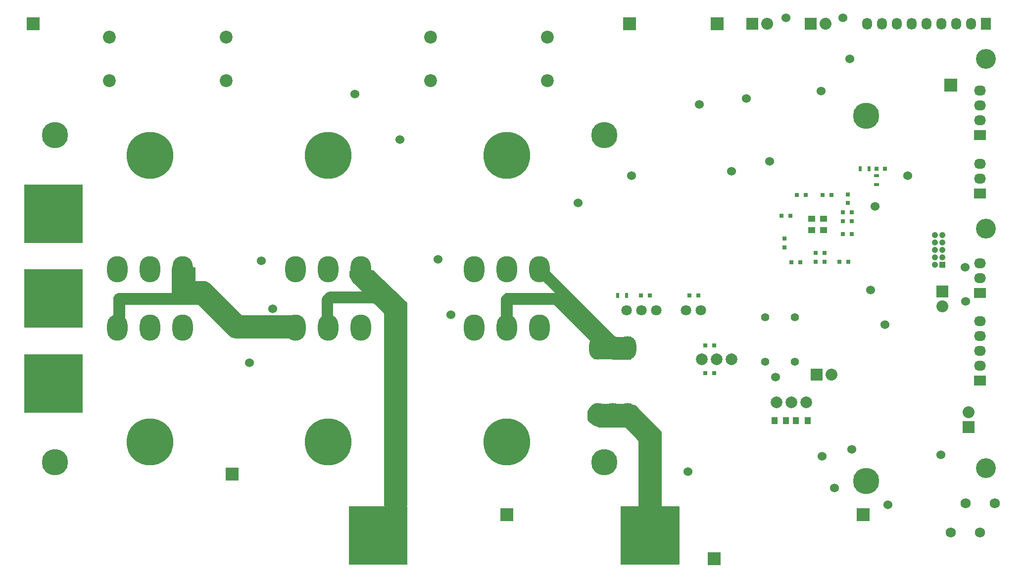
<source format=gbs>
G04 #@! TF.FileFunction,Soldermask,Bot*
%FSLAX46Y46*%
G04 Gerber Fmt 4.6, Leading zero omitted, Abs format (unit mm)*
G04 Created by KiCad (PCBNEW 4.0.5+dfsg1-4) date Tue Nov 14 04:37:41 2017*
%MOMM*%
%LPD*%
G01*
G04 APERTURE LIST*
%ADD10C,0.100000*%
%ADD11C,4.500000*%
%ADD12R,2.235200X2.235200*%
%ADD13R,1.050000X1.050000*%
%ADD14C,1.050000*%
%ADD15C,1.750000*%
%ADD16O,3.500120X4.501640*%
%ADD17C,2.000000*%
%ADD18O,3.000000X4.000000*%
%ADD19R,0.800000X0.750000*%
%ADD20R,0.750000X0.800000*%
%ADD21R,2.032000X2.032000*%
%ADD22O,2.032000X2.032000*%
%ADD23R,0.900000X0.500000*%
%ADD24R,0.500000X0.900000*%
%ADD25C,1.397000*%
%ADD26C,1.800000*%
%ADD27R,2.032000X1.727200*%
%ADD28O,2.032000X1.727200*%
%ADD29C,1.524000*%
%ADD30R,10.000000X10.000000*%
%ADD31R,1.000000X1.250000*%
%ADD32R,1.250000X1.000000*%
%ADD33R,1.727200X2.032000*%
%ADD34O,1.727200X2.032000*%
%ADD35C,2.200000*%
%ADD36C,3.400000*%
%ADD37C,8.000000*%
%ADD38C,0.254000*%
G04 APERTURE END LIST*
D10*
D11*
X40700000Y-97000000D03*
X40700000Y-41000000D03*
X134700000Y-97000000D03*
X134700000Y-41000000D03*
D12*
X71000000Y-99000000D03*
X37000000Y-22000000D03*
D13*
X192500000Y-63250000D03*
D14*
X192500000Y-61980000D03*
X192500000Y-60710000D03*
X192500000Y-59440000D03*
X192500000Y-58170000D03*
X191230000Y-61980000D03*
X191230000Y-60710000D03*
X191230000Y-59440000D03*
X191230000Y-58170000D03*
X191230000Y-63250000D03*
D15*
X201500000Y-104000000D03*
X199000000Y-109000000D03*
X194000000Y-109000000D03*
X196500000Y-104000000D03*
D16*
X57000000Y-64000000D03*
X62588000Y-64000000D03*
X51412000Y-64000000D03*
D17*
X156464000Y-79375000D03*
X153964000Y-79375000D03*
D18*
X133604000Y-77470000D03*
X136144000Y-77470000D03*
X138684000Y-77470000D03*
X138684000Y-88900000D03*
X136144000Y-88900000D03*
X133604000Y-88900000D03*
D17*
X151384000Y-79375000D03*
D19*
X181250000Y-46750000D03*
X182750000Y-46750000D03*
X150750000Y-68500000D03*
X149250000Y-68500000D03*
X141000000Y-68500000D03*
X142500000Y-68500000D03*
D20*
X165500000Y-58750000D03*
X165500000Y-60250000D03*
X176400000Y-51150000D03*
X176400000Y-52650000D03*
D19*
X177000000Y-54250000D03*
X175500000Y-54250000D03*
X168250000Y-62800000D03*
X166750000Y-62800000D03*
X172050000Y-51300000D03*
X173550000Y-51300000D03*
X172350000Y-61200000D03*
X170850000Y-61200000D03*
X176450000Y-62700000D03*
X174950000Y-62700000D03*
X167650000Y-51300000D03*
X169150000Y-51300000D03*
D21*
X171000000Y-82000000D03*
D22*
X173540000Y-82000000D03*
D23*
X181250000Y-49500000D03*
X181250000Y-48000000D03*
D24*
X180000000Y-46750000D03*
X178500000Y-46750000D03*
X138500000Y-68500000D03*
X137000000Y-68500000D03*
D25*
X167290000Y-79810000D03*
X162210000Y-79810000D03*
X167290000Y-72190000D03*
X162210000Y-72190000D03*
D19*
X177000000Y-55750000D03*
X175500000Y-55750000D03*
X165050000Y-54800000D03*
X166550000Y-54800000D03*
X177000000Y-58000000D03*
X175500000Y-58000000D03*
X172350000Y-62700000D03*
X170850000Y-62700000D03*
D26*
X151250000Y-71000000D03*
X148710000Y-71000000D03*
X141090000Y-71000000D03*
X143630000Y-71000000D03*
X138550000Y-71000000D03*
D27*
X199000000Y-51000000D03*
D28*
X199000000Y-48460000D03*
X199000000Y-45920000D03*
D11*
X179500000Y-100250000D03*
X179500000Y-37750000D03*
D29*
X92000000Y-34000000D03*
X99778175Y-41778175D03*
D30*
X40500000Y-54500000D03*
X40500000Y-83500000D03*
X40500000Y-69000000D03*
X96000000Y-109500000D03*
X142500000Y-109500000D03*
D19*
X153500000Y-77000000D03*
X152000000Y-77000000D03*
X153500000Y-81750000D03*
X152000000Y-81750000D03*
D31*
X163800000Y-89900000D03*
X165800000Y-89900000D03*
D32*
X172200000Y-57300000D03*
X172200000Y-55300000D03*
X170200000Y-57300000D03*
X170200000Y-55300000D03*
D33*
X200000000Y-22000000D03*
D34*
X197460000Y-22000000D03*
X194920000Y-22000000D03*
X192380000Y-22000000D03*
X189840000Y-22000000D03*
X187300000Y-22000000D03*
X184760000Y-22000000D03*
X182220000Y-22000000D03*
X179680000Y-22000000D03*
D29*
X151000000Y-35800000D03*
X186600000Y-48000000D03*
X156500000Y-47200000D03*
X159000000Y-34750000D03*
X163000000Y-45500000D03*
X171800000Y-33500000D03*
X175500000Y-21000000D03*
X165750000Y-21000000D03*
X172000000Y-96000000D03*
X177000000Y-94800000D03*
X164000000Y-82400000D03*
X176700000Y-28000000D03*
X149000000Y-98600000D03*
X174100000Y-101400000D03*
X192250000Y-95750000D03*
X130200000Y-52600000D03*
X183250000Y-104250000D03*
X139400000Y-48000000D03*
X180250000Y-67500000D03*
X182750000Y-73500000D03*
X196400000Y-63600000D03*
X196500000Y-69500000D03*
X181000000Y-53250000D03*
X74000000Y-80000000D03*
X106250000Y-62250000D03*
X108500000Y-71750000D03*
X78000000Y-70750000D03*
X76000000Y-62500000D03*
D12*
X194000000Y-32500000D03*
X154000000Y-22000000D03*
D16*
X87500000Y-64000000D03*
X93088000Y-64000000D03*
X81912000Y-64000000D03*
X57000000Y-74000000D03*
X51412000Y-74000000D03*
X62588000Y-74000000D03*
X87500000Y-74000000D03*
X81912000Y-74000000D03*
X93088000Y-74000000D03*
X118000000Y-74000000D03*
X112412000Y-74000000D03*
X123588000Y-74000000D03*
X118000000Y-64000000D03*
X123588000Y-64000000D03*
X112412000Y-64000000D03*
D31*
X169500000Y-89900000D03*
X167500000Y-89900000D03*
D35*
X50000000Y-31750000D03*
X50000000Y-24250000D03*
X105000000Y-31750000D03*
X105000000Y-24250000D03*
X70000000Y-31750000D03*
X70000000Y-24250000D03*
X125000000Y-31750000D03*
X125000000Y-24250000D03*
D27*
X199000000Y-68000000D03*
D28*
X199000000Y-65460000D03*
X199000000Y-62920000D03*
D27*
X199000000Y-83000000D03*
D28*
X199000000Y-80460000D03*
X199000000Y-77920000D03*
X199000000Y-75380000D03*
X199000000Y-72840000D03*
D21*
X160000000Y-22000000D03*
D22*
X162540000Y-22000000D03*
D17*
X169250000Y-86750000D03*
X166710000Y-86750000D03*
X164170000Y-86750000D03*
D21*
X197000000Y-91000000D03*
D22*
X197000000Y-88460000D03*
D21*
X192500000Y-67750000D03*
D22*
X192500000Y-70290000D03*
D27*
X199000000Y-41000000D03*
D28*
X199000000Y-38460000D03*
X199000000Y-35920000D03*
X199000000Y-33380000D03*
D12*
X153500000Y-113500000D03*
X179000000Y-106000000D03*
X139000000Y-22000000D03*
X118000000Y-106000000D03*
D21*
X170000000Y-22000000D03*
D22*
X172540000Y-22000000D03*
D36*
X200000000Y-28000000D03*
X200000000Y-57000000D03*
X200000000Y-98000000D03*
D37*
X57000000Y-93500000D03*
X57000000Y-44500000D03*
X87500000Y-44500000D03*
X118000000Y-44500000D03*
X87500000Y-93500000D03*
X118000000Y-93500000D03*
D38*
G36*
X139935070Y-87364676D02*
X144373000Y-91802606D01*
X144373000Y-104500000D01*
X144383006Y-104549410D01*
X144411447Y-104591035D01*
X144453841Y-104618315D01*
X144500000Y-104627000D01*
X147373000Y-104627000D01*
X147373000Y-114373000D01*
X137627000Y-114373000D01*
X137627000Y-104627000D01*
X140500000Y-104627000D01*
X140549410Y-104616994D01*
X140591035Y-104588553D01*
X140618315Y-104546159D01*
X140627000Y-104500000D01*
X140627000Y-93250000D01*
X140616994Y-93200590D01*
X140589803Y-93160197D01*
X138339803Y-90910197D01*
X138297789Y-90882334D01*
X138250000Y-90873000D01*
X133779980Y-90873000D01*
X132325232Y-90145626D01*
X131877000Y-89697394D01*
X131877000Y-88288452D01*
X132341581Y-87591581D01*
X133038452Y-87127000D01*
X138984366Y-87127000D01*
X139935070Y-87364676D01*
X139935070Y-87364676D01*
G37*
X139935070Y-87364676D02*
X144373000Y-91802606D01*
X144373000Y-104500000D01*
X144383006Y-104549410D01*
X144411447Y-104591035D01*
X144453841Y-104618315D01*
X144500000Y-104627000D01*
X147373000Y-104627000D01*
X147373000Y-114373000D01*
X137627000Y-114373000D01*
X137627000Y-104627000D01*
X140500000Y-104627000D01*
X140549410Y-104616994D01*
X140591035Y-104588553D01*
X140618315Y-104546159D01*
X140627000Y-104500000D01*
X140627000Y-93250000D01*
X140616994Y-93200590D01*
X140589803Y-93160197D01*
X138339803Y-90910197D01*
X138297789Y-90882334D01*
X138250000Y-90873000D01*
X133779980Y-90873000D01*
X132325232Y-90145626D01*
X131877000Y-89697394D01*
X131877000Y-88288452D01*
X132341581Y-87591581D01*
X133038452Y-87127000D01*
X138984366Y-87127000D01*
X139935070Y-87364676D01*
G36*
X136410197Y-75589803D02*
X136452211Y-75617666D01*
X136500000Y-75627000D01*
X139076215Y-75627000D01*
X139169650Y-79270980D01*
X132905703Y-79174611D01*
X132324825Y-76076595D01*
X132305885Y-76029875D01*
X132289803Y-76010197D01*
X126189803Y-69910197D01*
X126147789Y-69882334D01*
X126100000Y-69873000D01*
X119000000Y-69873000D01*
X118950590Y-69883006D01*
X118908965Y-69911447D01*
X118881685Y-69953841D01*
X118873000Y-70000000D01*
X118873000Y-71973000D01*
X117127000Y-71973000D01*
X117127000Y-68852606D01*
X117852606Y-68127000D01*
X126200000Y-68127000D01*
X126249410Y-68116994D01*
X126291035Y-68088553D01*
X126318315Y-68046159D01*
X126326952Y-67996491D01*
X126315584Y-67947377D01*
X126289803Y-67910197D01*
X124457541Y-66077935D01*
X125329251Y-64508857D01*
X136410197Y-75589803D01*
X136410197Y-75589803D01*
G37*
X136410197Y-75589803D02*
X136452211Y-75617666D01*
X136500000Y-75627000D01*
X139076215Y-75627000D01*
X139169650Y-79270980D01*
X132905703Y-79174611D01*
X132324825Y-76076595D01*
X132305885Y-76029875D01*
X132289803Y-76010197D01*
X126189803Y-69910197D01*
X126147789Y-69882334D01*
X126100000Y-69873000D01*
X119000000Y-69873000D01*
X118950590Y-69883006D01*
X118908965Y-69911447D01*
X118881685Y-69953841D01*
X118873000Y-70000000D01*
X118873000Y-71973000D01*
X117127000Y-71973000D01*
X117127000Y-68852606D01*
X117852606Y-68127000D01*
X126200000Y-68127000D01*
X126249410Y-68116994D01*
X126291035Y-68088553D01*
X126318315Y-68046159D01*
X126326952Y-67996491D01*
X126315584Y-67947377D01*
X126289803Y-67910197D01*
X124457541Y-66077935D01*
X125329251Y-64508857D01*
X136410197Y-75589803D01*
G36*
X100873000Y-69754556D02*
X100873000Y-104373000D01*
X97127000Y-104373000D01*
X97127000Y-71550000D01*
X97116994Y-71500590D01*
X97089803Y-71460197D01*
X95289803Y-69660197D01*
X95247789Y-69632334D01*
X95200000Y-69623000D01*
X88300000Y-69623000D01*
X88250590Y-69633006D01*
X88208965Y-69661447D01*
X88181685Y-69703841D01*
X88173000Y-69750000D01*
X88173000Y-72123000D01*
X86427000Y-72123000D01*
X86427000Y-69170610D01*
X86561002Y-68768604D01*
X87318604Y-68011002D01*
X87720610Y-67877000D01*
X93200000Y-67877000D01*
X93249410Y-67866994D01*
X93291035Y-67838553D01*
X93318315Y-67796159D01*
X93326952Y-67746491D01*
X93315584Y-67697377D01*
X93288366Y-67658783D01*
X91703911Y-66123842D01*
X91227000Y-65170020D01*
X91227000Y-64323864D01*
X95050666Y-64228273D01*
X100873000Y-69754556D01*
X100873000Y-69754556D01*
G37*
X100873000Y-69754556D02*
X100873000Y-104373000D01*
X97127000Y-104373000D01*
X97127000Y-71550000D01*
X97116994Y-71500590D01*
X97089803Y-71460197D01*
X95289803Y-69660197D01*
X95247789Y-69632334D01*
X95200000Y-69623000D01*
X88300000Y-69623000D01*
X88250590Y-69633006D01*
X88208965Y-69661447D01*
X88181685Y-69703841D01*
X88173000Y-69750000D01*
X88173000Y-72123000D01*
X86427000Y-72123000D01*
X86427000Y-69170610D01*
X86561002Y-68768604D01*
X87318604Y-68011002D01*
X87720610Y-67877000D01*
X93200000Y-67877000D01*
X93249410Y-67866994D01*
X93291035Y-67838553D01*
X93318315Y-67796159D01*
X93326952Y-67746491D01*
X93315584Y-67697377D01*
X93288366Y-67658783D01*
X91703911Y-66123842D01*
X91227000Y-65170020D01*
X91227000Y-64323864D01*
X95050666Y-64228273D01*
X100873000Y-69754556D01*
G36*
X64573000Y-66000000D02*
X64583006Y-66049410D01*
X64611447Y-66091035D01*
X64653841Y-66118315D01*
X64700000Y-66127000D01*
X66284366Y-66127000D01*
X66655674Y-66219827D01*
X67024768Y-66404374D01*
X72510197Y-71889803D01*
X72552211Y-71917666D01*
X72600000Y-71927000D01*
X81373000Y-71927000D01*
X81373000Y-75756137D01*
X80715752Y-75673981D01*
X80700000Y-75673000D01*
X71520610Y-75673000D01*
X70956294Y-75484895D01*
X70680914Y-75301308D01*
X65289803Y-69910197D01*
X65247789Y-69882334D01*
X65200000Y-69873000D01*
X52700000Y-69873000D01*
X52650590Y-69883006D01*
X52608965Y-69911447D01*
X52581685Y-69953841D01*
X52573000Y-70000000D01*
X52573000Y-72173000D01*
X50827000Y-72173000D01*
X50827000Y-68835178D01*
X51092567Y-68392567D01*
X51535178Y-68127000D01*
X60700000Y-68127000D01*
X60749410Y-68116994D01*
X60791035Y-68088553D01*
X60818315Y-68046159D01*
X60827000Y-68000000D01*
X60827000Y-63727000D01*
X64573000Y-63727000D01*
X64573000Y-66000000D01*
X64573000Y-66000000D01*
G37*
X64573000Y-66000000D02*
X64583006Y-66049410D01*
X64611447Y-66091035D01*
X64653841Y-66118315D01*
X64700000Y-66127000D01*
X66284366Y-66127000D01*
X66655674Y-66219827D01*
X67024768Y-66404374D01*
X72510197Y-71889803D01*
X72552211Y-71917666D01*
X72600000Y-71927000D01*
X81373000Y-71927000D01*
X81373000Y-75756137D01*
X80715752Y-75673981D01*
X80700000Y-75673000D01*
X71520610Y-75673000D01*
X70956294Y-75484895D01*
X70680914Y-75301308D01*
X65289803Y-69910197D01*
X65247789Y-69882334D01*
X65200000Y-69873000D01*
X52700000Y-69873000D01*
X52650590Y-69883006D01*
X52608965Y-69911447D01*
X52581685Y-69953841D01*
X52573000Y-70000000D01*
X52573000Y-72173000D01*
X50827000Y-72173000D01*
X50827000Y-68835178D01*
X51092567Y-68392567D01*
X51535178Y-68127000D01*
X60700000Y-68127000D01*
X60749410Y-68116994D01*
X60791035Y-68088553D01*
X60818315Y-68046159D01*
X60827000Y-68000000D01*
X60827000Y-63727000D01*
X64573000Y-63727000D01*
X64573000Y-66000000D01*
M02*

</source>
